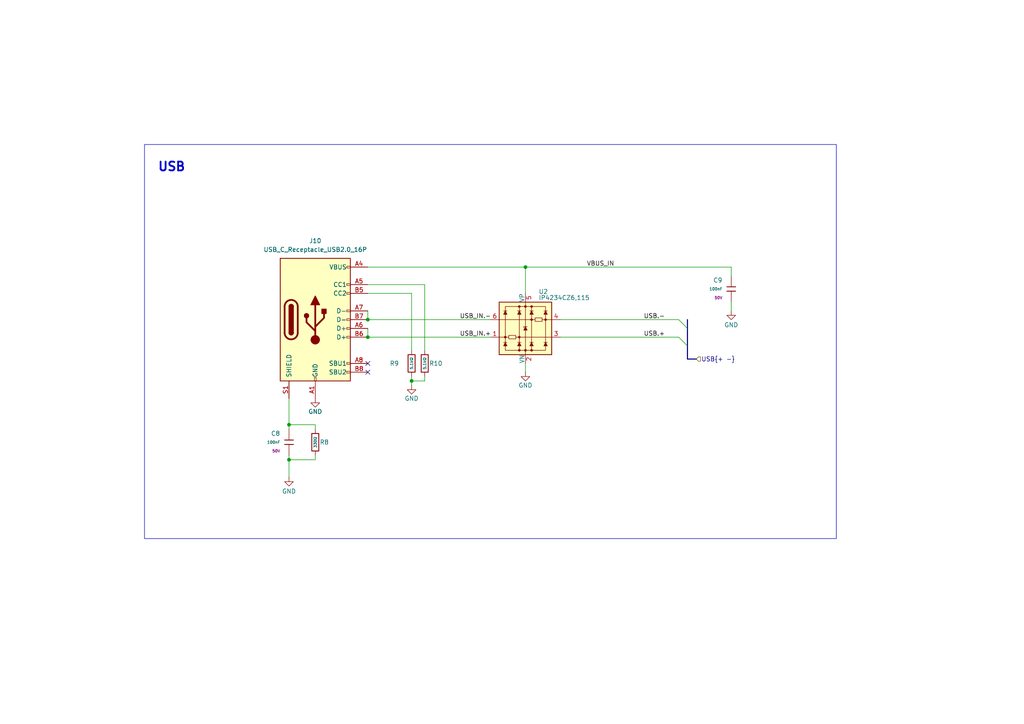
<source format=kicad_sch>
(kicad_sch (version 20231120) (generator "eeschema") (generator_version "8.0")
  (paper "A4")
  (lib_symbols
    (symbol "PCM_JLCPCB-Capacitors:0402,100nF,(2)" (pin_numbers hide) (pin_names (offset 0))
      (property "Reference" "C" (at 2.032 1.668 0))
      (property "Value" "100nF" (at 2.032 -0.3782 0))
      (property "Voltage Rated" "50V" (at 2.032 -2.0462 0))
      (symbol "0402,100nF,(2)_0_1"
        (polyline (pts (xy -1.27 -0.635) (xy 1.27 -0.635)) (stroke (width 0.254)))
        (polyline (pts (xy -1.27 0.635) (xy 1.27 0.635)) (stroke (width 0.254)))
      )
      (symbol "0402,100nF,(2)_1_1"
        (pin passive line (at 0 3.81 270) (length 3.175) (name "~") (number "1"))
        (pin passive line (at 0 -3.81 90) (length 3.175) (name "~") (number "2"))
      )
    )
    (symbol "PCM_JLCPCB-Resistors:0402,330Ω" (pin_numbers hide) (pin_names (offset 0))
      (property "Reference" "R" (at 1.778 0 0))
      (property "Value" "330Ω" (at 0 0 90))
      (symbol "0402,330Ω_0_1"
        (rectangle (start -1.016 2.54) (end 1.016 -2.54) (stroke (width 0.254)))
      )
      (symbol "0402,330Ω_1_1"
        (pin passive line (at 0 3.81 270) (length 1.27) (name "~") (number "1"))
        (pin passive line (at 0 -3.81 90) (length 1.27) (name "~") (number "2"))
      )
    )
    (symbol "PCM_JLCPCB-Resistors:0402,5.1kΩ" (pin_numbers hide) (pin_names (offset 0))
      (property "Reference" "R" (at 1.778 0 0))
      (property "Value" "5.1kΩ" (at 0 0 90))
      (symbol "0402,5.1kΩ_0_1"
        (rectangle (start -1.016 2.54) (end 1.016 -2.54) (stroke (width 0.254)))
      )
      (symbol "0402,5.1kΩ_1_1"
        (pin passive line (at 0 3.81 270) (length 1.27) (name "~") (number "1"))
        (pin passive line (at 0 -3.81 90) (length 1.27) (name "~") (number "2"))
      )
    )
    (symbol "Power_Protection:IP4234CZ6" (pin_names (offset 0))
      (property "Reference" "U" (at -6.35 8.89 0))
      (property "Value" "IP4234CZ6" (at 2.794 8.89 0))
      (symbol "IP4234CZ6_0_0"
        (rectangle (start -5.842 6.35) (end 5.842 -6.35))
        (polyline (pts (xy -1.778 -6.35) (xy -1.778 6.35)))
        (polyline (pts (xy 1.778 6.35) (xy 1.778 -6.35)))
      )
      (symbol "IP4234CZ6_0_1"
        (rectangle (start -7.62 7.62) (end 7.62 -7.62) (stroke (width 0.254)) (fill (type background)))
        (circle (center -5.842 -2.54) (radius 0.2794) (fill (type outline)))
        (circle (center -1.778 -6.35) (radius 0.2794) (fill (type outline)))
        (circle (center -1.778 -2.54) (radius 0.2794) (fill (type outline)))
        (circle (center -1.778 6.35) (radius 0.2794) (fill (type outline)))
        (circle (center 0 -6.35) (radius 0.2794) (fill (type outline)))
        (polyline (pts (xy -7.62 -2.54) (xy -4.826 -2.54)))
        (polyline (pts (xy -7.62 2.54) (xy 2.794 2.54)))
        (polyline (pts (xy -5.334 -4.064) (xy -6.35 -4.064)))
        (polyline (pts (xy -5.334 5.08) (xy -6.35 5.08)))
        (polyline (pts (xy -1.27 -4.064) (xy -2.286 -4.064)))
        (polyline (pts (xy -1.27 5.08) (xy -2.286 5.08)))
        (polyline (pts (xy -0.508 0.508) (xy -0.508 0.254)))
        (polyline (pts (xy 0 7.62) (xy 0 -7.62)))
        (polyline (pts (xy 0.508 0.508) (xy -0.508 0.508)))
        (polyline (pts (xy 2.286 -4.064) (xy 1.27 -4.064)))
        (polyline (pts (xy 2.286 5.08) (xy 1.27 5.08)))
        (polyline (pts (xy 6.35 -4.064) (xy 5.334 -4.064)))
        (polyline (pts (xy 6.35 5.08) (xy 5.334 5.08)))
        (polyline (pts (xy 7.62 -2.54) (xy -2.794 -2.54)))
        (polyline (pts (xy 7.62 2.54) (xy 4.826 2.54)))
        (circle (center 0 6.35) (radius 0.2794) (fill (type outline)))
        (circle (center 1.778 -6.35) (radius 0.2794) (fill (type outline)))
        (circle (center 1.778 2.54) (radius 0.2794) (fill (type outline)))
        (circle (center 1.778 6.35) (radius 0.2794) (fill (type outline)))
        (circle (center 5.842 2.54) (radius 0.2794) (fill (type outline)))
      )
      (symbol "IP4234CZ6_1_1"
        (rectangle (start -4.826 -2.032) (end -2.794 -3.048))
        (polyline (pts (xy -5.334 -5.08) (xy -6.35 -5.08) (xy -5.842 -4.064) (xy -5.334 -5.08)) (fill (type outline)))
        (polyline (pts (xy -5.334 4.064) (xy -6.35 4.064) (xy -5.842 5.08) (xy -5.334 4.064)) (fill (type outline)))
        (polyline (pts (xy -1.27 -5.08) (xy -2.286 -5.08) (xy -1.778 -4.064) (xy -1.27 -5.08)) (fill (type outline)))
        (polyline (pts (xy -1.27 4.064) (xy -2.286 4.064) (xy -1.778 5.08) (xy -1.27 4.064)) (fill (type outline)))
        (polyline (pts (xy 0.508 -0.508) (xy -0.508 -0.508) (xy 0 0.508) (xy 0.508 -0.508)) (fill (type outline)))
        (polyline (pts (xy 2.286 -5.08) (xy 1.27 -5.08) (xy 1.778 -4.064) (xy 2.286 -5.08)) (fill (type outline)))
        (polyline (pts (xy 2.286 4.064) (xy 1.27 4.064) (xy 1.778 5.08) (xy 2.286 4.064)) (fill (type outline)))
        (polyline (pts (xy 6.35 -5.08) (xy 5.334 -5.08) (xy 5.842 -4.064) (xy 6.35 -5.08)) (fill (type outline)))
        (polyline (pts (xy 6.35 4.064) (xy 5.334 4.064) (xy 5.842 5.08) (xy 6.35 4.064)) (fill (type outline)))
        (rectangle (start 2.794 3.048) (end 4.826 2.032))
        (pin passive line (at -10.16 -2.54 0) (length 2.54) (name "") (number "1"))
        (pin passive line (at 0 -10.16 90) (length 2.54) (name "VN") (number "2"))
        (pin passive line (at 10.16 -2.54 180) (length 2.54) (name "") (number "3"))
        (pin passive line (at 10.16 2.54 180) (length 2.54) (name "") (number "4"))
        (pin passive line (at 0 10.16 270) (length 2.54) (name "VP") (number "5"))
        (pin passive line (at -10.16 2.54 0) (length 2.54) (name "") (number "6"))
      )
    )
    (symbol "USB_C_Receptacle_USB2.0_16P_1" (pin_names (offset 1.016))
      (property "Reference" "J" (at 0 22.225 0))
      (property "Value" "USB_C_Receptacle_USB2.0_16P" (at 0 19.685 0))
      (symbol "USB_C_Receptacle_USB2.0_16P_1_0_0"
        (rectangle (start -0.254 -17.78) (end 0.254 -16.764))
        (rectangle (start 10.16 -14.986) (end 9.144 -15.494))
        (rectangle (start 10.16 -12.446) (end 9.144 -12.954))
        (rectangle (start 10.16 -4.826) (end 9.144 -5.334))
        (rectangle (start 10.16 -2.286) (end 9.144 -2.794))
        (rectangle (start 10.16 0.254) (end 9.144 -0.254))
        (rectangle (start 10.16 2.794) (end 9.144 2.286))
        (rectangle (start 10.16 7.874) (end 9.144 7.366))
        (rectangle (start 10.16 10.414) (end 9.144 9.906))
        (rectangle (start 10.16 15.494) (end 9.144 14.986))
      )
      (symbol "USB_C_Receptacle_USB2.0_16P_1_0_1"
        (rectangle (start -10.16 17.78) (end 10.16 -17.78) (stroke (width 0.254)) (fill (type background)))
        (arc (start -8.89 -3.81) (mid -6.985 -5.7067) (end -5.08 -3.81) (stroke (width 0.508)))
        (arc (start -7.62 -3.81) (mid -6.985 -4.4423) (end -6.35 -3.81) (stroke (width 0.254)))
        (arc (start -7.62 -3.81) (mid -6.985 -4.4423) (end -6.35 -3.81) (stroke (width 0.254)) (fill (type outline)))
        (rectangle (start -7.62 -3.81) (end -6.35 3.81) (stroke (width 0.254)) (fill (type outline)))
        (arc (start -6.35 3.81) (mid -6.985 4.4423) (end -7.62 3.81) (stroke (width 0.254)))
        (arc (start -6.35 3.81) (mid -6.985 4.4423) (end -7.62 3.81) (stroke (width 0.254)) (fill (type outline)))
        (arc (start -5.08 3.81) (mid -6.985 5.7067) (end -8.89 3.81) (stroke (width 0.508)))
        (circle (center -2.54 1.143) (radius 0.635) (stroke (width 0.254)) (fill (type outline)))
        (circle (center 0 -5.842) (radius 1.27) (fill (type outline)))
        (polyline (pts (xy -8.89 -3.81) (xy -8.89 3.81)) (stroke (width 0.508)))
        (polyline (pts (xy -5.08 3.81) (xy -5.08 -3.81)) (stroke (width 0.508)))
        (polyline (pts (xy 0 -5.842) (xy 0 4.318)) (stroke (width 0.508)))
        (polyline (pts (xy 0 -3.302) (xy -2.54 -0.762) (xy -2.54 0.508)) (stroke (width 0.508)))
        (polyline (pts (xy 0 -2.032) (xy 2.54 0.508) (xy 2.54 1.778)) (stroke (width 0.508)))
        (polyline (pts (xy -1.27 4.318) (xy 0 6.858) (xy 1.27 4.318) (xy -1.27 4.318)) (stroke (width 0.254)) (fill (type outline)))
        (rectangle (start 1.905 1.778) (end 3.175 3.048) (stroke (width 0.254)) (fill (type outline)))
      )
      (symbol "USB_C_Receptacle_USB2.0_16P_1_1_1"
        (pin passive line (at 0 -22.86 90) (length 5.08) (name "GND") (number "A1"))
        (pin passive line (at 0 -22.86 90) (length 5.08) hide (name "GND") (number "A12"))
        (pin passive line (at 15.24 15.24 180) (length 5.08) (name "VBUS") (number "A4"))
        (pin bidirectional line (at 15.24 10.16 180) (length 5.08) (name "CC1") (number "A5"))
        (pin bidirectional line (at 15.24 -2.54 180) (length 5.08) (name "D+") (number "A6"))
        (pin bidirectional line (at 15.24 2.54 180) (length 5.08) (name "D-") (number "A7"))
        (pin bidirectional line (at 15.24 -12.7 180) (length 5.08) (name "SBU1") (number "A8"))
        (pin passive line (at 15.24 15.24 180) (length 5.08) hide (name "VBUS") (number "A9"))
        (pin passive line (at 0 -22.86 90) (length 5.08) hide (name "GND") (number "B1"))
        (pin passive line (at 0 -22.86 90) (length 5.08) hide (name "GND") (number "B12"))
        (pin passive line (at 15.24 15.24 180) (length 5.08) hide (name "VBUS") (number "B4"))
        (pin bidirectional line (at 15.24 7.62 180) (length 5.08) (name "CC2") (number "B5"))
        (pin bidirectional line (at 15.24 -5.08 180) (length 5.08) (name "D+") (number "B6"))
        (pin bidirectional line (at 15.24 0 180) (length 5.08) (name "D-") (number "B7"))
        (pin bidirectional line (at 15.24 -15.24 180) (length 5.08) (name "SBU2") (number "B8"))
        (pin passive line (at 15.24 15.24 180) (length 5.08) hide (name "VBUS") (number "B9"))
        (pin passive line (at -7.62 -22.86 90) (length 5.08) (name "SHIELD") (number "S1"))
      )
    )
    (symbol "power:GND" (power) (pin_numbers hide) (pin_names (offset 0) hide)
      (property "Value" "GND" (at 0 -3.81 0))
      (symbol "GND_0_1"
        (polyline (pts (xy 0 0) (xy 0 -1.27) (xy 1.27 -1.27) (xy 0 -2.54) (xy -1.27 -1.27) (xy 0 -1.27)))
      )
      (symbol "GND_1_1"
        (pin power_in line (at 0 0 270) (length 0) (name "~") (number "1"))
      )
    )
  )
  (junction (at 83.82 133.35))
  (junction (at 106.68 97.79))
  (junction (at 83.82 123.19))
  (junction (at 106.68 92.71))
  (junction (at 119.38 110.49))
  (junction (at 152.4 77.47))
  (no_connect (at 106.68 105.41))
  (no_connect (at 106.68 107.95))
  (bus_entry (at 199.39 95.25) (size -2.54 -2.54))
  (bus_entry (at 199.39 100.33) (size -2.54 -2.54))
  (wire (pts (xy 212.09 77.47) (xy 212.09 80.01)))
  (wire (pts (xy 119.38 110.49) (xy 123.19 110.49)))
  (wire (pts (xy 152.4 105.41) (xy 152.4 107.95)))
  (bus (pts (xy 199.39 95.25) (xy 199.39 100.33)))
  (wire (pts (xy 119.38 110.49) (xy 119.38 111.76)))
  (wire (pts (xy 106.68 92.71) (xy 142.24 92.71)))
  (bus (pts (xy 201.93 104.14) (xy 199.39 104.14)))
  (wire (pts (xy 119.38 85.09) (xy 119.38 101.6)))
  (wire (pts (xy 83.82 133.35) (xy 83.82 138.43)))
  (wire (pts (xy 152.4 77.47) (xy 152.4 85.09)))
  (wire (pts (xy 152.4 77.47) (xy 212.09 77.47)))
  (wire (pts (xy 91.44 123.19) (xy 83.82 123.19)))
  (wire (pts (xy 119.38 109.22) (xy 119.38 110.49)))
  (bus (pts (xy 199.39 100.33) (xy 199.39 104.14)))
  (wire (pts (xy 106.68 90.17) (xy 106.68 92.71)))
  (wire (pts (xy 91.44 133.35) (xy 83.82 133.35)))
  (wire (pts (xy 91.44 123.19) (xy 91.44 124.46)))
  (wire (pts (xy 106.68 95.25) (xy 106.68 97.79)))
  (wire (pts (xy 83.82 123.19) (xy 83.82 124.46)))
  (wire (pts (xy 83.82 132.08) (xy 83.82 133.35)))
  (wire (pts (xy 162.56 97.79) (xy 196.85 97.79)))
  (wire (pts (xy 91.44 132.08) (xy 91.44 133.35)))
  (wire (pts (xy 162.56 92.71) (xy 196.85 92.71)))
  (wire (pts (xy 106.68 85.09) (xy 119.38 85.09)))
  (wire (pts (xy 106.68 82.55) (xy 123.19 82.55)))
  (wire (pts (xy 123.19 109.22) (xy 123.19 110.49)))
  (wire (pts (xy 212.09 87.63) (xy 212.09 90.17)))
  (wire (pts (xy 123.19 101.6) (xy 123.19 82.55)))
  (bus (pts (xy 199.39 92.71) (xy 199.39 95.25)))
  (wire (pts (xy 106.68 77.47) (xy 152.4 77.47)))
  (wire (pts (xy 106.68 97.79) (xy 142.24 97.79)))
  (wire (pts (xy 83.82 115.57) (xy 83.82 123.19)))
  (rectangle (start 41.91 41.91) (end 242.57 156.21))
  (text "USB" (at 49.784 48.514 0) (effects (font (size 2.54 2.54) (thickness 0.508) (bold yes))))
  (label "USB_IN.-" (at 133.35 92.71 0))
  (label "USB.+" (at 186.69 97.79 0))
  (label "VBUS_IN" (at 170.18 77.47 0))
  (label "USB_IN.+" (at 133.35 97.79 0))
  (label "USB.-" (at 186.69 92.71 0))
  (hierarchical_label "USB{+ -}" (shape input) (at 201.93 104.14 0))
  (symbol (lib_id "power:GND") (at 152.4 107.95 0) (mirror y) (unit 1)
    (property "Reference" "#PWR063" (effects (hide yes)))
    (property "Value" "GND" (at 152.4 111.76 0))
    (property "Description" "Power symbol creates a global label with name \"GND\" , ground" (effects (hide yes)))
  )
  (symbol (lib_id "power:GND") (at 83.82 138.43 0) (unit 1)
    (property "Reference" "#PWR060" (effects (hide yes)))
    (property "Value" "GND" (at 83.82 142.494 0))
    (property "Description" "Power symbol creates a global label with name \"GND\" , ground" (effects (hide yes)))
  )
  (symbol (lib_id "PCM_JLCPCB-Resistors:0402,5.1kΩ") (at 119.38 105.41 0) (unit 1)
    (property "Reference" "R9" (at 113.03 105.41 0) (effects (justify left)))
    (property "Value" "5.1kΩ" (at 119.38 105.41 90) (effects (font (size 0.8 0.8))))
    (property "Footprint" "PCM_JLCPCB:R_0402" (effects (hide yes)))
    (property "Datasheet" "https://www.lcsc.com/datasheet/lcsc_datasheet_2206010045_UNI-ROYAL-Uniroyal-Elec-0402WGF5101TCE_C25905.pdf" (effects (hide yes)))
    (property "Description" "62.5mW Thick Film Resistors 50V ±100ppm/°C ±1% 5.1kΩ 0402 Chip Resistor - Surface Mount ROHS" (effects (hide yes)))
    (property "LCSC" "C25905" (effects (hide yes)))
    (property "Stock" "2022176" (effects (hide yes)))
    (property "Price" "0.004USD" (effects (hide yes)))
    (property "Process" "SMT" (effects (hide yes)))
    (property "Minimum Qty" "20" (effects (hide yes)))
    (property "Attrition Qty" "10" (effects (hide yes)))
    (property "Class" "Basic Component" (effects (hide yes)))
    (property "Category" "Resistors,Chip Resistor - Surface Mount" (effects (hide yes)))
    (property "Manufacturer" "UNI-ROYAL(Uniroyal Elec)" (effects (hide yes)))
    (property "Part" "0402WGF5101TCE" (effects (hide yes)))
    (property "Resistance" "5.1kΩ" (effects (hide yes)))
    (property "Power(Watts)" "62.5mW" (effects (hide yes)))
    (property "Type" "Thick Film Resistors" (effects (hide yes)))
    (property "Overload Voltage (Max)" "50V" (effects (hide yes)))
    (property "Operating Temperature Range" "-55°C~+155°C" (effects (hide yes)))
    (property "Tolerance" "±1%" (effects (hide yes)))
    (property "Temperature Coefficient" "±100ppm/°C" (effects (hide yes)))
  )
  (symbol (lib_id "Power_Protection:IP4234CZ6") (at 152.4 95.25 0) (unit 1)
    (property "Reference" "U2" (at 156.21 84.582 0) (effects (justify left)))
    (property "Value" "IP4234CZ6,115" (at 156.21 86.36 0) (effects (justify left)))
    (property "Footprint" "Package_TO_SOT_SMD:SC-74-6_1.55x2.9mm_P0.95mm" (effects (hide yes)))
    (property "Datasheet" "https://assets.nexperia.com/documents/data-sheet/IP4234CZ6.pdf" (effects (hide yes)))
    (property "Description" "ESD Protection, 2 channel, USB 2.0 to IEC 61000-4-2 level 4, 5.5V, SOT457 (SC-74-6)" (effects (hide yes)))
  )
  (symbol (lib_id "power:GND") (at 212.09 90.17 0) (unit 1)
    (property "Reference" "#PWR068" (effects (hide yes)))
    (property "Value" "GND" (at 212.09 94.234 0))
    (property "Description" "Power symbol creates a global label with name \"GND\" , ground" (effects (hide yes)))
  )
  (symbol (lib_id "power:GND") (at 119.38 111.76 0) (mirror y) (unit 1)
    (property "Reference" "#PWR062" (effects (hide yes)))
    (property "Value" "GND" (at 119.38 115.57 0))
    (property "Description" "Power symbol creates a global label with name \"GND\" , ground" (effects (hide yes)))
  )
  (symbol (lib_id "power:GND") (at 91.44 115.57 0) (mirror y) (unit 1)
    (property "Reference" "#PWR061" (effects (hide yes)))
    (property "Value" "GND" (at 91.44 119.38 0))
    (property "Description" "Power symbol creates a global label with name \"GND\" , ground" (effects (hide yes)))
  )
  (symbol (lib_id "PCM_JLCPCB-Capacitors:0402,100nF,(2)") (at 83.82 128.27 0) (unit 1)
    (property "Reference" "C8" (at 81.28 125.7299 0) (effects (justify right)))
    (property "Value" "100nF" (at 81.28 128.27 0) (effects (font (size 0.8 0.8)) (justify right)))
    (property "Footprint" "PCM_JLCPCB:C_0402" (effects (hide yes)))
    (property "Datasheet" "https://www.lcsc.com/datasheet/lcsc_datasheet_2304140030_Samsung-Electro-Mechanics-CL05B104KB54PNC_C307331.pdf" (effects (hide yes)))
    (property "Description" "50V 100nF X7R ±10% 0402 Multilayer Ceramic Capacitors MLCC - SMD/SMT ROHS" (effects (hide yes)))
    (property "LCSC" "C307331" (effects (hide yes)))
    (property "Stock" "3851753" (effects (hide yes)))
    (property "Price" "0.008USD" (effects (hide yes)))
    (property "Process" "SMT" (effects (hide yes)))
    (property "Minimum Qty" "20" (effects (hide yes)))
    (property "Attrition Qty" "10" (effects (hide yes)))
    (property "Class" "Basic Component" (effects (hide yes)))
    (property "Category" "Capacitors,Multilayer Ceramic Capacitors MLCC - SMD/SMT" (effects (hide yes)))
    (property "Manufacturer" "Samsung Electro-Mechanics" (effects (hide yes)))
    (property "Part" "CL05B104KB54PNC" (effects (hide yes)))
    (property "Voltage Rated" "50V" (at 81.28 130.81 0) (effects (font (size 0.8 0.8)) (justify right)))
    (property "Tolerance" "±10%" (effects (hide yes)))
    (property "Capacitance" "100nF" (effects (hide yes)))
    (property "Temperature Coefficient" "X7R" (effects (hide yes)))
  )
  (symbol (lib_id "PCM_JLCPCB-Resistors:0402,5.1kΩ") (at 123.19 105.41 0) (unit 1)
    (property "Reference" "R10" (at 124.46 105.41 0) (effects (justify left)))
    (property "Value" "5.1kΩ" (at 123.19 105.41 90) (effects (font (size 0.8 0.8))))
    (property "Footprint" "PCM_JLCPCB:R_0402" (effects (hide yes)))
    (property "Datasheet" "https://www.lcsc.com/datasheet/lcsc_datasheet_2206010045_UNI-ROYAL-Uniroyal-Elec-0402WGF5101TCE_C25905.pdf" (effects (hide yes)))
    (property "Description" "62.5mW Thick Film Resistors 50V ±100ppm/°C ±1% 5.1kΩ 0402 Chip Resistor - Surface Mount ROHS" (effects (hide yes)))
    (property "LCSC" "C25905" (effects (hide yes)))
    (property "Stock" "2022176" (effects (hide yes)))
    (property "Price" "0.004USD" (effects (hide yes)))
    (property "Process" "SMT" (effects (hide yes)))
    (property "Minimum Qty" "20" (effects (hide yes)))
    (property "Attrition Qty" "10" (effects (hide yes)))
    (property "Class" "Basic Component" (effects (hide yes)))
    (property "Category" "Resistors,Chip Resistor - Surface Mount" (effects (hide yes)))
    (property "Manufacturer" "UNI-ROYAL(Uniroyal Elec)" (effects (hide yes)))
    (property "Part" "0402WGF5101TCE" (effects (hide yes)))
    (property "Resistance" "5.1kΩ" (effects (hide yes)))
    (property "Power(Watts)" "62.5mW" (effects (hide yes)))
    (property "Type" "Thick Film Resistors" (effects (hide yes)))
    (property "Overload Voltage (Max)" "50V" (effects (hide yes)))
    (property "Operating Temperature Range" "-55°C~+155°C" (effects (hide yes)))
    (property "Tolerance" "±1%" (effects (hide yes)))
    (property "Temperature Coefficient" "±100ppm/°C" (effects (hide yes)))
  )
  (symbol (lib_name "USB_C_Receptacle_USB2.0_16P_1") (lib_id "Connector:USB_C_Receptacle_USB2.0_16P") (at 91.44 92.71 0) (unit 1)
    (property "Reference" "J10" (at 91.44 69.85 0))
    (property "Value" "USB_C_Receptacle_USB2.0_16P" (at 91.44 72.39 0))
    (property "Footprint" "Connector_USB:USB_C_Receptacle_GCT_USB4105-xx-A_16P_TopMnt_Horizontal" (effects (hide yes)))
    (property "Datasheet" "https://www.usb.org/sites/default/files/documents/usb_type-c.zip" (effects (hide yes)))
    (property "Description" "USB 2.0-only 16P Type-C Receptacle connector" (effects (hide yes)))
  )
  (symbol (lib_id "PCM_JLCPCB-Capacitors:0402,100nF,(2)") (at 212.09 83.82 0) (unit 1)
    (property "Reference" "C9" (at 209.55 81.2799 0) (effects (justify right)))
    (property "Value" "100nF" (at 209.55 83.82 0) (effects (font (size 0.8 0.8)) (justify right)))
    (property "Footprint" "PCM_JLCPCB:C_0402" (effects (hide yes)))
    (property "Datasheet" "https://www.lcsc.com/datasheet/lcsc_datasheet_2304140030_Samsung-Electro-Mechanics-CL05B104KB54PNC_C307331.pdf" (effects (hide yes)))
    (property "Description" "50V 100nF X7R ±10% 0402 Multilayer Ceramic Capacitors MLCC - SMD/SMT ROHS" (effects (hide yes)))
    (property "LCSC" "C307331" (effects (hide yes)))
    (property "Stock" "3851753" (effects (hide yes)))
    (property "Price" "0.008USD" (effects (hide yes)))
    (property "Process" "SMT" (effects (hide yes)))
    (property "Minimum Qty" "20" (effects (hide yes)))
    (property "Attrition Qty" "10" (effects (hide yes)))
    (property "Class" "Basic Component" (effects (hide yes)))
    (property "Category" "Capacitors,Multilayer Ceramic Capacitors MLCC - SMD/SMT" (effects (hide yes)))
    (property "Manufacturer" "Samsung Electro-Mechanics" (effects (hide yes)))
    (property "Part" "CL05B104KB54PNC" (effects (hide yes)))
    (property "Voltage Rated" "50V" (at 209.55 86.36 0) (effects (font (size 0.8 0.8)) (justify right)))
    (property "Tolerance" "±10%" (effects (hide yes)))
    (property "Capacitance" "100nF" (effects (hide yes)))
    (property "Temperature Coefficient" "X7R" (effects (hide yes)))
  )
  (symbol (lib_id "PCM_JLCPCB-Resistors:0402,330Ω") (at 91.44 128.27 0) (unit 1)
    (property "Reference" "R8" (at 92.71 128.27 0) (effects (justify left)))
    (property "Value" "330Ω" (at 91.44 128.27 90) (effects (font (size 0.8 0.8))))
    (property "Footprint" "PCM_JLCPCB:R_0402" (effects (hide yes)))
    (property "Datasheet" "https://www.lcsc.com/datasheet/lcsc_datasheet_2205311900_UNI-ROYAL-Uniroyal-Elec-0402WGF3300TCE_C25104.pdf" (effects (hide yes)))
    (property "Description" "62.5mW Thick Film Resistors 50V ±100ppm/°C ±1% 330Ω 0402 Chip Resistor - Surface Mount ROHS" (effects (hide yes)))
    (property "LCSC" "C25104" (effects (hide yes)))
    (property "Stock" "399284" (effects (hide yes)))
    (property "Price" "0.004USD" (effects (hide yes)))
    (property "Process" "SMT" (effects (hide yes)))
    (property "Minimum Qty" "20" (effects (hide yes)))
    (property "Attrition Qty" "10" (effects (hide yes)))
    (property "Class" "Basic Component" (effects (hide yes)))
    (property "Category" "Resistors,Chip Resistor - Surface Mount" (effects (hide yes)))
    (property "Manufacturer" "UNI-ROYAL(Uniroyal Elec)" (effects (hide yes)))
    (property "Part" "0402WGF3300TCE" (effects (hide yes)))
    (property "Resistance" "330Ω" (effects (hide yes)))
    (property "Power(Watts)" "62.5mW" (effects (hide yes)))
    (property "Type" "Thick Film Resistors" (effects (hide yes)))
    (property "Overload Voltage (Max)" "50V" (effects (hide yes)))
    (property "Operating Temperature Range" "-55°C~+155°C" (effects (hide yes)))
    (property "Tolerance" "±1%" (effects (hide yes)))
    (property "Temperature Coefficient" "±100ppm/°C" (effects (hide yes)))
  )
)
</source>
